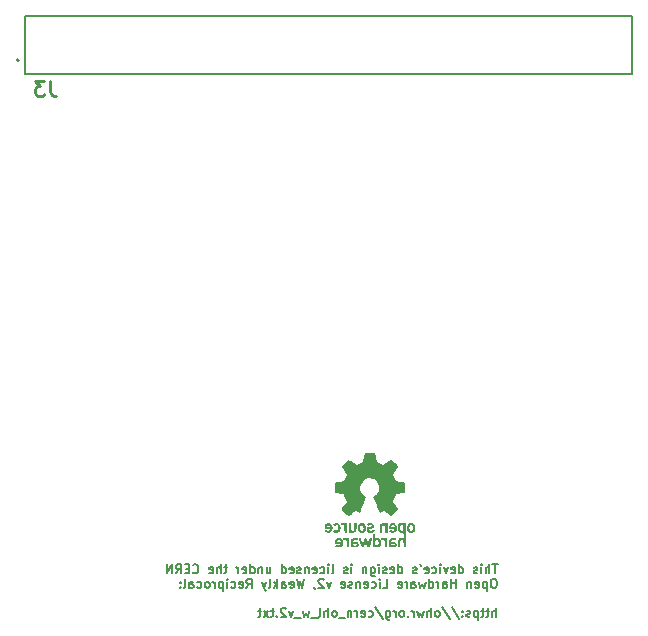
<source format=gbr>
%TF.GenerationSoftware,KiCad,Pcbnew,9.0.2*%
%TF.CreationDate,2025-05-18T12:34:57-05:00*%
%TF.ProjectId,1026 RPi Power Hat,31303236-2052-4506-9920-506f77657220,1.0.0*%
%TF.SameCoordinates,PX5f5e100PY8f0d180*%
%TF.FileFunction,Legend,Bot*%
%TF.FilePolarity,Positive*%
%FSLAX46Y46*%
G04 Gerber Fmt 4.6, Leading zero omitted, Abs format (unit mm)*
G04 Created by KiCad (PCBNEW 9.0.2) date 2025-05-18 12:34:57*
%MOMM*%
%LPD*%
G01*
G04 APERTURE LIST*
%ADD10C,0.177800*%
%ADD11C,0.254000*%
%ADD12C,0.000000*%
%ADD13C,0.200000*%
G04 APERTURE END LIST*
D10*
X46810455Y8544832D02*
X46375027Y8544832D01*
X46592741Y7782832D02*
X46592741Y8544832D01*
X46121027Y7782832D02*
X46121027Y8544832D01*
X45794456Y7782832D02*
X45794456Y8181975D01*
X45794456Y8181975D02*
X45830741Y8254546D01*
X45830741Y8254546D02*
X45903313Y8290832D01*
X45903313Y8290832D02*
X46012170Y8290832D01*
X46012170Y8290832D02*
X46084741Y8254546D01*
X46084741Y8254546D02*
X46121027Y8218260D01*
X45431598Y7782832D02*
X45431598Y8290832D01*
X45431598Y8544832D02*
X45467884Y8508546D01*
X45467884Y8508546D02*
X45431598Y8472260D01*
X45431598Y8472260D02*
X45395312Y8508546D01*
X45395312Y8508546D02*
X45431598Y8544832D01*
X45431598Y8544832D02*
X45431598Y8472260D01*
X45105027Y7819117D02*
X45032455Y7782832D01*
X45032455Y7782832D02*
X44887312Y7782832D01*
X44887312Y7782832D02*
X44814741Y7819117D01*
X44814741Y7819117D02*
X44778455Y7891689D01*
X44778455Y7891689D02*
X44778455Y7927975D01*
X44778455Y7927975D02*
X44814741Y8000546D01*
X44814741Y8000546D02*
X44887312Y8036832D01*
X44887312Y8036832D02*
X44996170Y8036832D01*
X44996170Y8036832D02*
X45068741Y8073117D01*
X45068741Y8073117D02*
X45105027Y8145689D01*
X45105027Y8145689D02*
X45105027Y8181975D01*
X45105027Y8181975D02*
X45068741Y8254546D01*
X45068741Y8254546D02*
X44996170Y8290832D01*
X44996170Y8290832D02*
X44887312Y8290832D01*
X44887312Y8290832D02*
X44814741Y8254546D01*
X43544742Y7782832D02*
X43544742Y8544832D01*
X43544742Y7819117D02*
X43617313Y7782832D01*
X43617313Y7782832D02*
X43762456Y7782832D01*
X43762456Y7782832D02*
X43835027Y7819117D01*
X43835027Y7819117D02*
X43871313Y7855403D01*
X43871313Y7855403D02*
X43907599Y7927975D01*
X43907599Y7927975D02*
X43907599Y8145689D01*
X43907599Y8145689D02*
X43871313Y8218260D01*
X43871313Y8218260D02*
X43835027Y8254546D01*
X43835027Y8254546D02*
X43762456Y8290832D01*
X43762456Y8290832D02*
X43617313Y8290832D01*
X43617313Y8290832D02*
X43544742Y8254546D01*
X42891598Y7819117D02*
X42964170Y7782832D01*
X42964170Y7782832D02*
X43109313Y7782832D01*
X43109313Y7782832D02*
X43181884Y7819117D01*
X43181884Y7819117D02*
X43218170Y7891689D01*
X43218170Y7891689D02*
X43218170Y8181975D01*
X43218170Y8181975D02*
X43181884Y8254546D01*
X43181884Y8254546D02*
X43109313Y8290832D01*
X43109313Y8290832D02*
X42964170Y8290832D01*
X42964170Y8290832D02*
X42891598Y8254546D01*
X42891598Y8254546D02*
X42855313Y8181975D01*
X42855313Y8181975D02*
X42855313Y8109403D01*
X42855313Y8109403D02*
X43218170Y8036832D01*
X42601312Y8290832D02*
X42419884Y7782832D01*
X42419884Y7782832D02*
X42238455Y8290832D01*
X41948170Y7782832D02*
X41948170Y8290832D01*
X41948170Y8544832D02*
X41984456Y8508546D01*
X41984456Y8508546D02*
X41948170Y8472260D01*
X41948170Y8472260D02*
X41911884Y8508546D01*
X41911884Y8508546D02*
X41948170Y8544832D01*
X41948170Y8544832D02*
X41948170Y8472260D01*
X41258742Y7819117D02*
X41331313Y7782832D01*
X41331313Y7782832D02*
X41476456Y7782832D01*
X41476456Y7782832D02*
X41549027Y7819117D01*
X41549027Y7819117D02*
X41585313Y7855403D01*
X41585313Y7855403D02*
X41621599Y7927975D01*
X41621599Y7927975D02*
X41621599Y8145689D01*
X41621599Y8145689D02*
X41585313Y8218260D01*
X41585313Y8218260D02*
X41549027Y8254546D01*
X41549027Y8254546D02*
X41476456Y8290832D01*
X41476456Y8290832D02*
X41331313Y8290832D01*
X41331313Y8290832D02*
X41258742Y8254546D01*
X40641884Y7819117D02*
X40714456Y7782832D01*
X40714456Y7782832D02*
X40859599Y7782832D01*
X40859599Y7782832D02*
X40932170Y7819117D01*
X40932170Y7819117D02*
X40968456Y7891689D01*
X40968456Y7891689D02*
X40968456Y8181975D01*
X40968456Y8181975D02*
X40932170Y8254546D01*
X40932170Y8254546D02*
X40859599Y8290832D01*
X40859599Y8290832D02*
X40714456Y8290832D01*
X40714456Y8290832D02*
X40641884Y8254546D01*
X40641884Y8254546D02*
X40605599Y8181975D01*
X40605599Y8181975D02*
X40605599Y8109403D01*
X40605599Y8109403D02*
X40968456Y8036832D01*
X40242741Y8544832D02*
X40315313Y8399689D01*
X39952456Y7819117D02*
X39879884Y7782832D01*
X39879884Y7782832D02*
X39734741Y7782832D01*
X39734741Y7782832D02*
X39662170Y7819117D01*
X39662170Y7819117D02*
X39625884Y7891689D01*
X39625884Y7891689D02*
X39625884Y7927975D01*
X39625884Y7927975D02*
X39662170Y8000546D01*
X39662170Y8000546D02*
X39734741Y8036832D01*
X39734741Y8036832D02*
X39843599Y8036832D01*
X39843599Y8036832D02*
X39916170Y8073117D01*
X39916170Y8073117D02*
X39952456Y8145689D01*
X39952456Y8145689D02*
X39952456Y8181975D01*
X39952456Y8181975D02*
X39916170Y8254546D01*
X39916170Y8254546D02*
X39843599Y8290832D01*
X39843599Y8290832D02*
X39734741Y8290832D01*
X39734741Y8290832D02*
X39662170Y8254546D01*
X38392171Y7782832D02*
X38392171Y8544832D01*
X38392171Y7819117D02*
X38464742Y7782832D01*
X38464742Y7782832D02*
X38609885Y7782832D01*
X38609885Y7782832D02*
X38682456Y7819117D01*
X38682456Y7819117D02*
X38718742Y7855403D01*
X38718742Y7855403D02*
X38755028Y7927975D01*
X38755028Y7927975D02*
X38755028Y8145689D01*
X38755028Y8145689D02*
X38718742Y8218260D01*
X38718742Y8218260D02*
X38682456Y8254546D01*
X38682456Y8254546D02*
X38609885Y8290832D01*
X38609885Y8290832D02*
X38464742Y8290832D01*
X38464742Y8290832D02*
X38392171Y8254546D01*
X37739027Y7819117D02*
X37811599Y7782832D01*
X37811599Y7782832D02*
X37956742Y7782832D01*
X37956742Y7782832D02*
X38029313Y7819117D01*
X38029313Y7819117D02*
X38065599Y7891689D01*
X38065599Y7891689D02*
X38065599Y8181975D01*
X38065599Y8181975D02*
X38029313Y8254546D01*
X38029313Y8254546D02*
X37956742Y8290832D01*
X37956742Y8290832D02*
X37811599Y8290832D01*
X37811599Y8290832D02*
X37739027Y8254546D01*
X37739027Y8254546D02*
X37702742Y8181975D01*
X37702742Y8181975D02*
X37702742Y8109403D01*
X37702742Y8109403D02*
X38065599Y8036832D01*
X37412456Y7819117D02*
X37339884Y7782832D01*
X37339884Y7782832D02*
X37194741Y7782832D01*
X37194741Y7782832D02*
X37122170Y7819117D01*
X37122170Y7819117D02*
X37085884Y7891689D01*
X37085884Y7891689D02*
X37085884Y7927975D01*
X37085884Y7927975D02*
X37122170Y8000546D01*
X37122170Y8000546D02*
X37194741Y8036832D01*
X37194741Y8036832D02*
X37303599Y8036832D01*
X37303599Y8036832D02*
X37376170Y8073117D01*
X37376170Y8073117D02*
X37412456Y8145689D01*
X37412456Y8145689D02*
X37412456Y8181975D01*
X37412456Y8181975D02*
X37376170Y8254546D01*
X37376170Y8254546D02*
X37303599Y8290832D01*
X37303599Y8290832D02*
X37194741Y8290832D01*
X37194741Y8290832D02*
X37122170Y8254546D01*
X36759313Y7782832D02*
X36759313Y8290832D01*
X36759313Y8544832D02*
X36795599Y8508546D01*
X36795599Y8508546D02*
X36759313Y8472260D01*
X36759313Y8472260D02*
X36723027Y8508546D01*
X36723027Y8508546D02*
X36759313Y8544832D01*
X36759313Y8544832D02*
X36759313Y8472260D01*
X36069885Y8290832D02*
X36069885Y7673975D01*
X36069885Y7673975D02*
X36106170Y7601403D01*
X36106170Y7601403D02*
X36142456Y7565117D01*
X36142456Y7565117D02*
X36215027Y7528832D01*
X36215027Y7528832D02*
X36323885Y7528832D01*
X36323885Y7528832D02*
X36396456Y7565117D01*
X36069885Y7819117D02*
X36142456Y7782832D01*
X36142456Y7782832D02*
X36287599Y7782832D01*
X36287599Y7782832D02*
X36360170Y7819117D01*
X36360170Y7819117D02*
X36396456Y7855403D01*
X36396456Y7855403D02*
X36432742Y7927975D01*
X36432742Y7927975D02*
X36432742Y8145689D01*
X36432742Y8145689D02*
X36396456Y8218260D01*
X36396456Y8218260D02*
X36360170Y8254546D01*
X36360170Y8254546D02*
X36287599Y8290832D01*
X36287599Y8290832D02*
X36142456Y8290832D01*
X36142456Y8290832D02*
X36069885Y8254546D01*
X35707027Y8290832D02*
X35707027Y7782832D01*
X35707027Y8218260D02*
X35670741Y8254546D01*
X35670741Y8254546D02*
X35598170Y8290832D01*
X35598170Y8290832D02*
X35489313Y8290832D01*
X35489313Y8290832D02*
X35416741Y8254546D01*
X35416741Y8254546D02*
X35380456Y8181975D01*
X35380456Y8181975D02*
X35380456Y7782832D01*
X34437027Y7782832D02*
X34437027Y8290832D01*
X34437027Y8544832D02*
X34473313Y8508546D01*
X34473313Y8508546D02*
X34437027Y8472260D01*
X34437027Y8472260D02*
X34400741Y8508546D01*
X34400741Y8508546D02*
X34437027Y8544832D01*
X34437027Y8544832D02*
X34437027Y8472260D01*
X34110456Y7819117D02*
X34037884Y7782832D01*
X34037884Y7782832D02*
X33892741Y7782832D01*
X33892741Y7782832D02*
X33820170Y7819117D01*
X33820170Y7819117D02*
X33783884Y7891689D01*
X33783884Y7891689D02*
X33783884Y7927975D01*
X33783884Y7927975D02*
X33820170Y8000546D01*
X33820170Y8000546D02*
X33892741Y8036832D01*
X33892741Y8036832D02*
X34001599Y8036832D01*
X34001599Y8036832D02*
X34074170Y8073117D01*
X34074170Y8073117D02*
X34110456Y8145689D01*
X34110456Y8145689D02*
X34110456Y8181975D01*
X34110456Y8181975D02*
X34074170Y8254546D01*
X34074170Y8254546D02*
X34001599Y8290832D01*
X34001599Y8290832D02*
X33892741Y8290832D01*
X33892741Y8290832D02*
X33820170Y8254546D01*
X32767885Y7782832D02*
X32840456Y7819117D01*
X32840456Y7819117D02*
X32876742Y7891689D01*
X32876742Y7891689D02*
X32876742Y8544832D01*
X32477599Y7782832D02*
X32477599Y8290832D01*
X32477599Y8544832D02*
X32513885Y8508546D01*
X32513885Y8508546D02*
X32477599Y8472260D01*
X32477599Y8472260D02*
X32441313Y8508546D01*
X32441313Y8508546D02*
X32477599Y8544832D01*
X32477599Y8544832D02*
X32477599Y8472260D01*
X31788171Y7819117D02*
X31860742Y7782832D01*
X31860742Y7782832D02*
X32005885Y7782832D01*
X32005885Y7782832D02*
X32078456Y7819117D01*
X32078456Y7819117D02*
X32114742Y7855403D01*
X32114742Y7855403D02*
X32151028Y7927975D01*
X32151028Y7927975D02*
X32151028Y8145689D01*
X32151028Y8145689D02*
X32114742Y8218260D01*
X32114742Y8218260D02*
X32078456Y8254546D01*
X32078456Y8254546D02*
X32005885Y8290832D01*
X32005885Y8290832D02*
X31860742Y8290832D01*
X31860742Y8290832D02*
X31788171Y8254546D01*
X31171313Y7819117D02*
X31243885Y7782832D01*
X31243885Y7782832D02*
X31389028Y7782832D01*
X31389028Y7782832D02*
X31461599Y7819117D01*
X31461599Y7819117D02*
X31497885Y7891689D01*
X31497885Y7891689D02*
X31497885Y8181975D01*
X31497885Y8181975D02*
X31461599Y8254546D01*
X31461599Y8254546D02*
X31389028Y8290832D01*
X31389028Y8290832D02*
X31243885Y8290832D01*
X31243885Y8290832D02*
X31171313Y8254546D01*
X31171313Y8254546D02*
X31135028Y8181975D01*
X31135028Y8181975D02*
X31135028Y8109403D01*
X31135028Y8109403D02*
X31497885Y8036832D01*
X30808456Y8290832D02*
X30808456Y7782832D01*
X30808456Y8218260D02*
X30772170Y8254546D01*
X30772170Y8254546D02*
X30699599Y8290832D01*
X30699599Y8290832D02*
X30590742Y8290832D01*
X30590742Y8290832D02*
X30518170Y8254546D01*
X30518170Y8254546D02*
X30481885Y8181975D01*
X30481885Y8181975D02*
X30481885Y7782832D01*
X30155313Y7819117D02*
X30082741Y7782832D01*
X30082741Y7782832D02*
X29937598Y7782832D01*
X29937598Y7782832D02*
X29865027Y7819117D01*
X29865027Y7819117D02*
X29828741Y7891689D01*
X29828741Y7891689D02*
X29828741Y7927975D01*
X29828741Y7927975D02*
X29865027Y8000546D01*
X29865027Y8000546D02*
X29937598Y8036832D01*
X29937598Y8036832D02*
X30046456Y8036832D01*
X30046456Y8036832D02*
X30119027Y8073117D01*
X30119027Y8073117D02*
X30155313Y8145689D01*
X30155313Y8145689D02*
X30155313Y8181975D01*
X30155313Y8181975D02*
X30119027Y8254546D01*
X30119027Y8254546D02*
X30046456Y8290832D01*
X30046456Y8290832D02*
X29937598Y8290832D01*
X29937598Y8290832D02*
X29865027Y8254546D01*
X29211884Y7819117D02*
X29284456Y7782832D01*
X29284456Y7782832D02*
X29429599Y7782832D01*
X29429599Y7782832D02*
X29502170Y7819117D01*
X29502170Y7819117D02*
X29538456Y7891689D01*
X29538456Y7891689D02*
X29538456Y8181975D01*
X29538456Y8181975D02*
X29502170Y8254546D01*
X29502170Y8254546D02*
X29429599Y8290832D01*
X29429599Y8290832D02*
X29284456Y8290832D01*
X29284456Y8290832D02*
X29211884Y8254546D01*
X29211884Y8254546D02*
X29175599Y8181975D01*
X29175599Y8181975D02*
X29175599Y8109403D01*
X29175599Y8109403D02*
X29538456Y8036832D01*
X28522456Y7782832D02*
X28522456Y8544832D01*
X28522456Y7819117D02*
X28595027Y7782832D01*
X28595027Y7782832D02*
X28740170Y7782832D01*
X28740170Y7782832D02*
X28812741Y7819117D01*
X28812741Y7819117D02*
X28849027Y7855403D01*
X28849027Y7855403D02*
X28885313Y7927975D01*
X28885313Y7927975D02*
X28885313Y8145689D01*
X28885313Y8145689D02*
X28849027Y8218260D01*
X28849027Y8218260D02*
X28812741Y8254546D01*
X28812741Y8254546D02*
X28740170Y8290832D01*
X28740170Y8290832D02*
X28595027Y8290832D01*
X28595027Y8290832D02*
X28522456Y8254546D01*
X27252456Y8290832D02*
X27252456Y7782832D01*
X27579027Y8290832D02*
X27579027Y7891689D01*
X27579027Y7891689D02*
X27542741Y7819117D01*
X27542741Y7819117D02*
X27470170Y7782832D01*
X27470170Y7782832D02*
X27361313Y7782832D01*
X27361313Y7782832D02*
X27288741Y7819117D01*
X27288741Y7819117D02*
X27252456Y7855403D01*
X26889598Y8290832D02*
X26889598Y7782832D01*
X26889598Y8218260D02*
X26853312Y8254546D01*
X26853312Y8254546D02*
X26780741Y8290832D01*
X26780741Y8290832D02*
X26671884Y8290832D01*
X26671884Y8290832D02*
X26599312Y8254546D01*
X26599312Y8254546D02*
X26563027Y8181975D01*
X26563027Y8181975D02*
X26563027Y7782832D01*
X25873598Y7782832D02*
X25873598Y8544832D01*
X25873598Y7819117D02*
X25946169Y7782832D01*
X25946169Y7782832D02*
X26091312Y7782832D01*
X26091312Y7782832D02*
X26163883Y7819117D01*
X26163883Y7819117D02*
X26200169Y7855403D01*
X26200169Y7855403D02*
X26236455Y7927975D01*
X26236455Y7927975D02*
X26236455Y8145689D01*
X26236455Y8145689D02*
X26200169Y8218260D01*
X26200169Y8218260D02*
X26163883Y8254546D01*
X26163883Y8254546D02*
X26091312Y8290832D01*
X26091312Y8290832D02*
X25946169Y8290832D01*
X25946169Y8290832D02*
X25873598Y8254546D01*
X25220454Y7819117D02*
X25293026Y7782832D01*
X25293026Y7782832D02*
X25438169Y7782832D01*
X25438169Y7782832D02*
X25510740Y7819117D01*
X25510740Y7819117D02*
X25547026Y7891689D01*
X25547026Y7891689D02*
X25547026Y8181975D01*
X25547026Y8181975D02*
X25510740Y8254546D01*
X25510740Y8254546D02*
X25438169Y8290832D01*
X25438169Y8290832D02*
X25293026Y8290832D01*
X25293026Y8290832D02*
X25220454Y8254546D01*
X25220454Y8254546D02*
X25184169Y8181975D01*
X25184169Y8181975D02*
X25184169Y8109403D01*
X25184169Y8109403D02*
X25547026Y8036832D01*
X24857597Y7782832D02*
X24857597Y8290832D01*
X24857597Y8145689D02*
X24821311Y8218260D01*
X24821311Y8218260D02*
X24785026Y8254546D01*
X24785026Y8254546D02*
X24712454Y8290832D01*
X24712454Y8290832D02*
X24639883Y8290832D01*
X23914169Y8290832D02*
X23623883Y8290832D01*
X23805312Y8544832D02*
X23805312Y7891689D01*
X23805312Y7891689D02*
X23769026Y7819117D01*
X23769026Y7819117D02*
X23696455Y7782832D01*
X23696455Y7782832D02*
X23623883Y7782832D01*
X23369883Y7782832D02*
X23369883Y8544832D01*
X23043312Y7782832D02*
X23043312Y8181975D01*
X23043312Y8181975D02*
X23079597Y8254546D01*
X23079597Y8254546D02*
X23152169Y8290832D01*
X23152169Y8290832D02*
X23261026Y8290832D01*
X23261026Y8290832D02*
X23333597Y8254546D01*
X23333597Y8254546D02*
X23369883Y8218260D01*
X22390168Y7819117D02*
X22462740Y7782832D01*
X22462740Y7782832D02*
X22607883Y7782832D01*
X22607883Y7782832D02*
X22680454Y7819117D01*
X22680454Y7819117D02*
X22716740Y7891689D01*
X22716740Y7891689D02*
X22716740Y8181975D01*
X22716740Y8181975D02*
X22680454Y8254546D01*
X22680454Y8254546D02*
X22607883Y8290832D01*
X22607883Y8290832D02*
X22462740Y8290832D01*
X22462740Y8290832D02*
X22390168Y8254546D01*
X22390168Y8254546D02*
X22353883Y8181975D01*
X22353883Y8181975D02*
X22353883Y8109403D01*
X22353883Y8109403D02*
X22716740Y8036832D01*
X21011311Y7855403D02*
X21047597Y7819117D01*
X21047597Y7819117D02*
X21156454Y7782832D01*
X21156454Y7782832D02*
X21229026Y7782832D01*
X21229026Y7782832D02*
X21337883Y7819117D01*
X21337883Y7819117D02*
X21410454Y7891689D01*
X21410454Y7891689D02*
X21446740Y7964260D01*
X21446740Y7964260D02*
X21483026Y8109403D01*
X21483026Y8109403D02*
X21483026Y8218260D01*
X21483026Y8218260D02*
X21446740Y8363403D01*
X21446740Y8363403D02*
X21410454Y8435975D01*
X21410454Y8435975D02*
X21337883Y8508546D01*
X21337883Y8508546D02*
X21229026Y8544832D01*
X21229026Y8544832D02*
X21156454Y8544832D01*
X21156454Y8544832D02*
X21047597Y8508546D01*
X21047597Y8508546D02*
X21011311Y8472260D01*
X20684740Y8181975D02*
X20430740Y8181975D01*
X20321883Y7782832D02*
X20684740Y7782832D01*
X20684740Y7782832D02*
X20684740Y8544832D01*
X20684740Y8544832D02*
X20321883Y8544832D01*
X19559882Y7782832D02*
X19813882Y8145689D01*
X19995311Y7782832D02*
X19995311Y8544832D01*
X19995311Y8544832D02*
X19705025Y8544832D01*
X19705025Y8544832D02*
X19632454Y8508546D01*
X19632454Y8508546D02*
X19596168Y8472260D01*
X19596168Y8472260D02*
X19559882Y8399689D01*
X19559882Y8399689D02*
X19559882Y8290832D01*
X19559882Y8290832D02*
X19596168Y8218260D01*
X19596168Y8218260D02*
X19632454Y8181975D01*
X19632454Y8181975D02*
X19705025Y8145689D01*
X19705025Y8145689D02*
X19995311Y8145689D01*
X19233311Y7782832D02*
X19233311Y8544832D01*
X19233311Y8544832D02*
X18797882Y7782832D01*
X18797882Y7782832D02*
X18797882Y8544832D01*
X46556455Y7318055D02*
X46411312Y7318055D01*
X46411312Y7318055D02*
X46338741Y7281769D01*
X46338741Y7281769D02*
X46266169Y7209198D01*
X46266169Y7209198D02*
X46229884Y7064055D01*
X46229884Y7064055D02*
X46229884Y6810055D01*
X46229884Y6810055D02*
X46266169Y6664912D01*
X46266169Y6664912D02*
X46338741Y6592340D01*
X46338741Y6592340D02*
X46411312Y6556055D01*
X46411312Y6556055D02*
X46556455Y6556055D01*
X46556455Y6556055D02*
X46629027Y6592340D01*
X46629027Y6592340D02*
X46701598Y6664912D01*
X46701598Y6664912D02*
X46737884Y6810055D01*
X46737884Y6810055D02*
X46737884Y7064055D01*
X46737884Y7064055D02*
X46701598Y7209198D01*
X46701598Y7209198D02*
X46629027Y7281769D01*
X46629027Y7281769D02*
X46556455Y7318055D01*
X45903312Y7064055D02*
X45903312Y6302055D01*
X45903312Y7027769D02*
X45830741Y7064055D01*
X45830741Y7064055D02*
X45685598Y7064055D01*
X45685598Y7064055D02*
X45613026Y7027769D01*
X45613026Y7027769D02*
X45576741Y6991483D01*
X45576741Y6991483D02*
X45540455Y6918912D01*
X45540455Y6918912D02*
X45540455Y6701198D01*
X45540455Y6701198D02*
X45576741Y6628626D01*
X45576741Y6628626D02*
X45613026Y6592340D01*
X45613026Y6592340D02*
X45685598Y6556055D01*
X45685598Y6556055D02*
X45830741Y6556055D01*
X45830741Y6556055D02*
X45903312Y6592340D01*
X44923597Y6592340D02*
X44996169Y6556055D01*
X44996169Y6556055D02*
X45141312Y6556055D01*
X45141312Y6556055D02*
X45213883Y6592340D01*
X45213883Y6592340D02*
X45250169Y6664912D01*
X45250169Y6664912D02*
X45250169Y6955198D01*
X45250169Y6955198D02*
X45213883Y7027769D01*
X45213883Y7027769D02*
X45141312Y7064055D01*
X45141312Y7064055D02*
X44996169Y7064055D01*
X44996169Y7064055D02*
X44923597Y7027769D01*
X44923597Y7027769D02*
X44887312Y6955198D01*
X44887312Y6955198D02*
X44887312Y6882626D01*
X44887312Y6882626D02*
X45250169Y6810055D01*
X44560740Y7064055D02*
X44560740Y6556055D01*
X44560740Y6991483D02*
X44524454Y7027769D01*
X44524454Y7027769D02*
X44451883Y7064055D01*
X44451883Y7064055D02*
X44343026Y7064055D01*
X44343026Y7064055D02*
X44270454Y7027769D01*
X44270454Y7027769D02*
X44234169Y6955198D01*
X44234169Y6955198D02*
X44234169Y6556055D01*
X43290740Y6556055D02*
X43290740Y7318055D01*
X43290740Y6955198D02*
X42855311Y6955198D01*
X42855311Y6556055D02*
X42855311Y7318055D01*
X42165883Y6556055D02*
X42165883Y6955198D01*
X42165883Y6955198D02*
X42202168Y7027769D01*
X42202168Y7027769D02*
X42274740Y7064055D01*
X42274740Y7064055D02*
X42419883Y7064055D01*
X42419883Y7064055D02*
X42492454Y7027769D01*
X42165883Y6592340D02*
X42238454Y6556055D01*
X42238454Y6556055D02*
X42419883Y6556055D01*
X42419883Y6556055D02*
X42492454Y6592340D01*
X42492454Y6592340D02*
X42528740Y6664912D01*
X42528740Y6664912D02*
X42528740Y6737483D01*
X42528740Y6737483D02*
X42492454Y6810055D01*
X42492454Y6810055D02*
X42419883Y6846340D01*
X42419883Y6846340D02*
X42238454Y6846340D01*
X42238454Y6846340D02*
X42165883Y6882626D01*
X41803025Y6556055D02*
X41803025Y7064055D01*
X41803025Y6918912D02*
X41766739Y6991483D01*
X41766739Y6991483D02*
X41730454Y7027769D01*
X41730454Y7027769D02*
X41657882Y7064055D01*
X41657882Y7064055D02*
X41585311Y7064055D01*
X41004740Y6556055D02*
X41004740Y7318055D01*
X41004740Y6592340D02*
X41077311Y6556055D01*
X41077311Y6556055D02*
X41222454Y6556055D01*
X41222454Y6556055D02*
X41295025Y6592340D01*
X41295025Y6592340D02*
X41331311Y6628626D01*
X41331311Y6628626D02*
X41367597Y6701198D01*
X41367597Y6701198D02*
X41367597Y6918912D01*
X41367597Y6918912D02*
X41331311Y6991483D01*
X41331311Y6991483D02*
X41295025Y7027769D01*
X41295025Y7027769D02*
X41222454Y7064055D01*
X41222454Y7064055D02*
X41077311Y7064055D01*
X41077311Y7064055D02*
X41004740Y7027769D01*
X40714453Y7064055D02*
X40569311Y6556055D01*
X40569311Y6556055D02*
X40424168Y6918912D01*
X40424168Y6918912D02*
X40279025Y6556055D01*
X40279025Y6556055D02*
X40133882Y7064055D01*
X39517025Y6556055D02*
X39517025Y6955198D01*
X39517025Y6955198D02*
X39553310Y7027769D01*
X39553310Y7027769D02*
X39625882Y7064055D01*
X39625882Y7064055D02*
X39771025Y7064055D01*
X39771025Y7064055D02*
X39843596Y7027769D01*
X39517025Y6592340D02*
X39589596Y6556055D01*
X39589596Y6556055D02*
X39771025Y6556055D01*
X39771025Y6556055D02*
X39843596Y6592340D01*
X39843596Y6592340D02*
X39879882Y6664912D01*
X39879882Y6664912D02*
X39879882Y6737483D01*
X39879882Y6737483D02*
X39843596Y6810055D01*
X39843596Y6810055D02*
X39771025Y6846340D01*
X39771025Y6846340D02*
X39589596Y6846340D01*
X39589596Y6846340D02*
X39517025Y6882626D01*
X39154167Y6556055D02*
X39154167Y7064055D01*
X39154167Y6918912D02*
X39117881Y6991483D01*
X39117881Y6991483D02*
X39081596Y7027769D01*
X39081596Y7027769D02*
X39009024Y7064055D01*
X39009024Y7064055D02*
X38936453Y7064055D01*
X38392167Y6592340D02*
X38464739Y6556055D01*
X38464739Y6556055D02*
X38609882Y6556055D01*
X38609882Y6556055D02*
X38682453Y6592340D01*
X38682453Y6592340D02*
X38718739Y6664912D01*
X38718739Y6664912D02*
X38718739Y6955198D01*
X38718739Y6955198D02*
X38682453Y7027769D01*
X38682453Y7027769D02*
X38609882Y7064055D01*
X38609882Y7064055D02*
X38464739Y7064055D01*
X38464739Y7064055D02*
X38392167Y7027769D01*
X38392167Y7027769D02*
X38355882Y6955198D01*
X38355882Y6955198D02*
X38355882Y6882626D01*
X38355882Y6882626D02*
X38718739Y6810055D01*
X37085882Y6556055D02*
X37448739Y6556055D01*
X37448739Y6556055D02*
X37448739Y7318055D01*
X36831882Y6556055D02*
X36831882Y7064055D01*
X36831882Y7318055D02*
X36868168Y7281769D01*
X36868168Y7281769D02*
X36831882Y7245483D01*
X36831882Y7245483D02*
X36795596Y7281769D01*
X36795596Y7281769D02*
X36831882Y7318055D01*
X36831882Y7318055D02*
X36831882Y7245483D01*
X36142454Y6592340D02*
X36215025Y6556055D01*
X36215025Y6556055D02*
X36360168Y6556055D01*
X36360168Y6556055D02*
X36432739Y6592340D01*
X36432739Y6592340D02*
X36469025Y6628626D01*
X36469025Y6628626D02*
X36505311Y6701198D01*
X36505311Y6701198D02*
X36505311Y6918912D01*
X36505311Y6918912D02*
X36469025Y6991483D01*
X36469025Y6991483D02*
X36432739Y7027769D01*
X36432739Y7027769D02*
X36360168Y7064055D01*
X36360168Y7064055D02*
X36215025Y7064055D01*
X36215025Y7064055D02*
X36142454Y7027769D01*
X35525596Y6592340D02*
X35598168Y6556055D01*
X35598168Y6556055D02*
X35743311Y6556055D01*
X35743311Y6556055D02*
X35815882Y6592340D01*
X35815882Y6592340D02*
X35852168Y6664912D01*
X35852168Y6664912D02*
X35852168Y6955198D01*
X35852168Y6955198D02*
X35815882Y7027769D01*
X35815882Y7027769D02*
X35743311Y7064055D01*
X35743311Y7064055D02*
X35598168Y7064055D01*
X35598168Y7064055D02*
X35525596Y7027769D01*
X35525596Y7027769D02*
X35489311Y6955198D01*
X35489311Y6955198D02*
X35489311Y6882626D01*
X35489311Y6882626D02*
X35852168Y6810055D01*
X35162739Y7064055D02*
X35162739Y6556055D01*
X35162739Y6991483D02*
X35126453Y7027769D01*
X35126453Y7027769D02*
X35053882Y7064055D01*
X35053882Y7064055D02*
X34945025Y7064055D01*
X34945025Y7064055D02*
X34872453Y7027769D01*
X34872453Y7027769D02*
X34836168Y6955198D01*
X34836168Y6955198D02*
X34836168Y6556055D01*
X34509596Y6592340D02*
X34437024Y6556055D01*
X34437024Y6556055D02*
X34291881Y6556055D01*
X34291881Y6556055D02*
X34219310Y6592340D01*
X34219310Y6592340D02*
X34183024Y6664912D01*
X34183024Y6664912D02*
X34183024Y6701198D01*
X34183024Y6701198D02*
X34219310Y6773769D01*
X34219310Y6773769D02*
X34291881Y6810055D01*
X34291881Y6810055D02*
X34400739Y6810055D01*
X34400739Y6810055D02*
X34473310Y6846340D01*
X34473310Y6846340D02*
X34509596Y6918912D01*
X34509596Y6918912D02*
X34509596Y6955198D01*
X34509596Y6955198D02*
X34473310Y7027769D01*
X34473310Y7027769D02*
X34400739Y7064055D01*
X34400739Y7064055D02*
X34291881Y7064055D01*
X34291881Y7064055D02*
X34219310Y7027769D01*
X33566167Y6592340D02*
X33638739Y6556055D01*
X33638739Y6556055D02*
X33783882Y6556055D01*
X33783882Y6556055D02*
X33856453Y6592340D01*
X33856453Y6592340D02*
X33892739Y6664912D01*
X33892739Y6664912D02*
X33892739Y6955198D01*
X33892739Y6955198D02*
X33856453Y7027769D01*
X33856453Y7027769D02*
X33783882Y7064055D01*
X33783882Y7064055D02*
X33638739Y7064055D01*
X33638739Y7064055D02*
X33566167Y7027769D01*
X33566167Y7027769D02*
X33529882Y6955198D01*
X33529882Y6955198D02*
X33529882Y6882626D01*
X33529882Y6882626D02*
X33892739Y6810055D01*
X32695310Y7064055D02*
X32513882Y6556055D01*
X32513882Y6556055D02*
X32332453Y7064055D01*
X32078454Y7245483D02*
X32042168Y7281769D01*
X32042168Y7281769D02*
X31969597Y7318055D01*
X31969597Y7318055D02*
X31788168Y7318055D01*
X31788168Y7318055D02*
X31715597Y7281769D01*
X31715597Y7281769D02*
X31679311Y7245483D01*
X31679311Y7245483D02*
X31643025Y7172912D01*
X31643025Y7172912D02*
X31643025Y7100340D01*
X31643025Y7100340D02*
X31679311Y6991483D01*
X31679311Y6991483D02*
X32114739Y6556055D01*
X32114739Y6556055D02*
X31643025Y6556055D01*
X31280168Y6592340D02*
X31280168Y6556055D01*
X31280168Y6556055D02*
X31316454Y6483483D01*
X31316454Y6483483D02*
X31352740Y6447198D01*
X30445597Y7318055D02*
X30264169Y6556055D01*
X30264169Y6556055D02*
X30119026Y7100340D01*
X30119026Y7100340D02*
X29973883Y6556055D01*
X29973883Y6556055D02*
X29792455Y7318055D01*
X29211883Y6592340D02*
X29284455Y6556055D01*
X29284455Y6556055D02*
X29429598Y6556055D01*
X29429598Y6556055D02*
X29502169Y6592340D01*
X29502169Y6592340D02*
X29538455Y6664912D01*
X29538455Y6664912D02*
X29538455Y6955198D01*
X29538455Y6955198D02*
X29502169Y7027769D01*
X29502169Y7027769D02*
X29429598Y7064055D01*
X29429598Y7064055D02*
X29284455Y7064055D01*
X29284455Y7064055D02*
X29211883Y7027769D01*
X29211883Y7027769D02*
X29175598Y6955198D01*
X29175598Y6955198D02*
X29175598Y6882626D01*
X29175598Y6882626D02*
X29538455Y6810055D01*
X28522455Y6556055D02*
X28522455Y6955198D01*
X28522455Y6955198D02*
X28558740Y7027769D01*
X28558740Y7027769D02*
X28631312Y7064055D01*
X28631312Y7064055D02*
X28776455Y7064055D01*
X28776455Y7064055D02*
X28849026Y7027769D01*
X28522455Y6592340D02*
X28595026Y6556055D01*
X28595026Y6556055D02*
X28776455Y6556055D01*
X28776455Y6556055D02*
X28849026Y6592340D01*
X28849026Y6592340D02*
X28885312Y6664912D01*
X28885312Y6664912D02*
X28885312Y6737483D01*
X28885312Y6737483D02*
X28849026Y6810055D01*
X28849026Y6810055D02*
X28776455Y6846340D01*
X28776455Y6846340D02*
X28595026Y6846340D01*
X28595026Y6846340D02*
X28522455Y6882626D01*
X28159597Y6556055D02*
X28159597Y7318055D01*
X28087026Y6846340D02*
X27869311Y6556055D01*
X27869311Y7064055D02*
X28159597Y6773769D01*
X27433883Y6556055D02*
X27506454Y6592340D01*
X27506454Y6592340D02*
X27542740Y6664912D01*
X27542740Y6664912D02*
X27542740Y7318055D01*
X27216168Y7064055D02*
X27034740Y6556055D01*
X26853311Y7064055D02*
X27034740Y6556055D01*
X27034740Y6556055D02*
X27107311Y6374626D01*
X27107311Y6374626D02*
X27143597Y6338340D01*
X27143597Y6338340D02*
X27216168Y6302055D01*
X25547026Y6556055D02*
X25801026Y6918912D01*
X25982455Y6556055D02*
X25982455Y7318055D01*
X25982455Y7318055D02*
X25692169Y7318055D01*
X25692169Y7318055D02*
X25619598Y7281769D01*
X25619598Y7281769D02*
X25583312Y7245483D01*
X25583312Y7245483D02*
X25547026Y7172912D01*
X25547026Y7172912D02*
X25547026Y7064055D01*
X25547026Y7064055D02*
X25583312Y6991483D01*
X25583312Y6991483D02*
X25619598Y6955198D01*
X25619598Y6955198D02*
X25692169Y6918912D01*
X25692169Y6918912D02*
X25982455Y6918912D01*
X24930169Y6592340D02*
X25002741Y6556055D01*
X25002741Y6556055D02*
X25147884Y6556055D01*
X25147884Y6556055D02*
X25220455Y6592340D01*
X25220455Y6592340D02*
X25256741Y6664912D01*
X25256741Y6664912D02*
X25256741Y6955198D01*
X25256741Y6955198D02*
X25220455Y7027769D01*
X25220455Y7027769D02*
X25147884Y7064055D01*
X25147884Y7064055D02*
X25002741Y7064055D01*
X25002741Y7064055D02*
X24930169Y7027769D01*
X24930169Y7027769D02*
X24893884Y6955198D01*
X24893884Y6955198D02*
X24893884Y6882626D01*
X24893884Y6882626D02*
X25256741Y6810055D01*
X24240741Y6592340D02*
X24313312Y6556055D01*
X24313312Y6556055D02*
X24458455Y6556055D01*
X24458455Y6556055D02*
X24531026Y6592340D01*
X24531026Y6592340D02*
X24567312Y6628626D01*
X24567312Y6628626D02*
X24603598Y6701198D01*
X24603598Y6701198D02*
X24603598Y6918912D01*
X24603598Y6918912D02*
X24567312Y6991483D01*
X24567312Y6991483D02*
X24531026Y7027769D01*
X24531026Y7027769D02*
X24458455Y7064055D01*
X24458455Y7064055D02*
X24313312Y7064055D01*
X24313312Y7064055D02*
X24240741Y7027769D01*
X23914169Y6556055D02*
X23914169Y7064055D01*
X23914169Y7318055D02*
X23950455Y7281769D01*
X23950455Y7281769D02*
X23914169Y7245483D01*
X23914169Y7245483D02*
X23877883Y7281769D01*
X23877883Y7281769D02*
X23914169Y7318055D01*
X23914169Y7318055D02*
X23914169Y7245483D01*
X23551312Y7064055D02*
X23551312Y6302055D01*
X23551312Y7027769D02*
X23478741Y7064055D01*
X23478741Y7064055D02*
X23333598Y7064055D01*
X23333598Y7064055D02*
X23261026Y7027769D01*
X23261026Y7027769D02*
X23224741Y6991483D01*
X23224741Y6991483D02*
X23188455Y6918912D01*
X23188455Y6918912D02*
X23188455Y6701198D01*
X23188455Y6701198D02*
X23224741Y6628626D01*
X23224741Y6628626D02*
X23261026Y6592340D01*
X23261026Y6592340D02*
X23333598Y6556055D01*
X23333598Y6556055D02*
X23478741Y6556055D01*
X23478741Y6556055D02*
X23551312Y6592340D01*
X22861883Y6556055D02*
X22861883Y7064055D01*
X22861883Y6918912D02*
X22825597Y6991483D01*
X22825597Y6991483D02*
X22789312Y7027769D01*
X22789312Y7027769D02*
X22716740Y7064055D01*
X22716740Y7064055D02*
X22644169Y7064055D01*
X22281312Y6556055D02*
X22353883Y6592340D01*
X22353883Y6592340D02*
X22390169Y6628626D01*
X22390169Y6628626D02*
X22426455Y6701198D01*
X22426455Y6701198D02*
X22426455Y6918912D01*
X22426455Y6918912D02*
X22390169Y6991483D01*
X22390169Y6991483D02*
X22353883Y7027769D01*
X22353883Y7027769D02*
X22281312Y7064055D01*
X22281312Y7064055D02*
X22172455Y7064055D01*
X22172455Y7064055D02*
X22099883Y7027769D01*
X22099883Y7027769D02*
X22063598Y6991483D01*
X22063598Y6991483D02*
X22027312Y6918912D01*
X22027312Y6918912D02*
X22027312Y6701198D01*
X22027312Y6701198D02*
X22063598Y6628626D01*
X22063598Y6628626D02*
X22099883Y6592340D01*
X22099883Y6592340D02*
X22172455Y6556055D01*
X22172455Y6556055D02*
X22281312Y6556055D01*
X21374169Y6592340D02*
X21446740Y6556055D01*
X21446740Y6556055D02*
X21591883Y6556055D01*
X21591883Y6556055D02*
X21664454Y6592340D01*
X21664454Y6592340D02*
X21700740Y6628626D01*
X21700740Y6628626D02*
X21737026Y6701198D01*
X21737026Y6701198D02*
X21737026Y6918912D01*
X21737026Y6918912D02*
X21700740Y6991483D01*
X21700740Y6991483D02*
X21664454Y7027769D01*
X21664454Y7027769D02*
X21591883Y7064055D01*
X21591883Y7064055D02*
X21446740Y7064055D01*
X21446740Y7064055D02*
X21374169Y7027769D01*
X20721026Y6556055D02*
X20721026Y6955198D01*
X20721026Y6955198D02*
X20757311Y7027769D01*
X20757311Y7027769D02*
X20829883Y7064055D01*
X20829883Y7064055D02*
X20975026Y7064055D01*
X20975026Y7064055D02*
X21047597Y7027769D01*
X20721026Y6592340D02*
X20793597Y6556055D01*
X20793597Y6556055D02*
X20975026Y6556055D01*
X20975026Y6556055D02*
X21047597Y6592340D01*
X21047597Y6592340D02*
X21083883Y6664912D01*
X21083883Y6664912D02*
X21083883Y6737483D01*
X21083883Y6737483D02*
X21047597Y6810055D01*
X21047597Y6810055D02*
X20975026Y6846340D01*
X20975026Y6846340D02*
X20793597Y6846340D01*
X20793597Y6846340D02*
X20721026Y6882626D01*
X20249311Y6556055D02*
X20321882Y6592340D01*
X20321882Y6592340D02*
X20358168Y6664912D01*
X20358168Y6664912D02*
X20358168Y7318055D01*
X19959025Y6628626D02*
X19922739Y6592340D01*
X19922739Y6592340D02*
X19959025Y6556055D01*
X19959025Y6556055D02*
X19995311Y6592340D01*
X19995311Y6592340D02*
X19959025Y6628626D01*
X19959025Y6628626D02*
X19959025Y6556055D01*
X19959025Y7027769D02*
X19922739Y6991483D01*
X19922739Y6991483D02*
X19959025Y6955198D01*
X19959025Y6955198D02*
X19995311Y6991483D01*
X19995311Y6991483D02*
X19959025Y7027769D01*
X19959025Y7027769D02*
X19959025Y6955198D01*
X46701598Y4102501D02*
X46701598Y4864501D01*
X46375027Y4102501D02*
X46375027Y4501644D01*
X46375027Y4501644D02*
X46411312Y4574215D01*
X46411312Y4574215D02*
X46483884Y4610501D01*
X46483884Y4610501D02*
X46592741Y4610501D01*
X46592741Y4610501D02*
X46665312Y4574215D01*
X46665312Y4574215D02*
X46701598Y4537929D01*
X46121026Y4610501D02*
X45830740Y4610501D01*
X46012169Y4864501D02*
X46012169Y4211358D01*
X46012169Y4211358D02*
X45975883Y4138786D01*
X45975883Y4138786D02*
X45903312Y4102501D01*
X45903312Y4102501D02*
X45830740Y4102501D01*
X45685597Y4610501D02*
X45395311Y4610501D01*
X45576740Y4864501D02*
X45576740Y4211358D01*
X45576740Y4211358D02*
X45540454Y4138786D01*
X45540454Y4138786D02*
X45467883Y4102501D01*
X45467883Y4102501D02*
X45395311Y4102501D01*
X45141311Y4610501D02*
X45141311Y3848501D01*
X45141311Y4574215D02*
X45068740Y4610501D01*
X45068740Y4610501D02*
X44923597Y4610501D01*
X44923597Y4610501D02*
X44851025Y4574215D01*
X44851025Y4574215D02*
X44814740Y4537929D01*
X44814740Y4537929D02*
X44778454Y4465358D01*
X44778454Y4465358D02*
X44778454Y4247644D01*
X44778454Y4247644D02*
X44814740Y4175072D01*
X44814740Y4175072D02*
X44851025Y4138786D01*
X44851025Y4138786D02*
X44923597Y4102501D01*
X44923597Y4102501D02*
X45068740Y4102501D01*
X45068740Y4102501D02*
X45141311Y4138786D01*
X44488168Y4138786D02*
X44415596Y4102501D01*
X44415596Y4102501D02*
X44270453Y4102501D01*
X44270453Y4102501D02*
X44197882Y4138786D01*
X44197882Y4138786D02*
X44161596Y4211358D01*
X44161596Y4211358D02*
X44161596Y4247644D01*
X44161596Y4247644D02*
X44197882Y4320215D01*
X44197882Y4320215D02*
X44270453Y4356501D01*
X44270453Y4356501D02*
X44379311Y4356501D01*
X44379311Y4356501D02*
X44451882Y4392786D01*
X44451882Y4392786D02*
X44488168Y4465358D01*
X44488168Y4465358D02*
X44488168Y4501644D01*
X44488168Y4501644D02*
X44451882Y4574215D01*
X44451882Y4574215D02*
X44379311Y4610501D01*
X44379311Y4610501D02*
X44270453Y4610501D01*
X44270453Y4610501D02*
X44197882Y4574215D01*
X43835025Y4175072D02*
X43798739Y4138786D01*
X43798739Y4138786D02*
X43835025Y4102501D01*
X43835025Y4102501D02*
X43871311Y4138786D01*
X43871311Y4138786D02*
X43835025Y4175072D01*
X43835025Y4175072D02*
X43835025Y4102501D01*
X43835025Y4574215D02*
X43798739Y4537929D01*
X43798739Y4537929D02*
X43835025Y4501644D01*
X43835025Y4501644D02*
X43871311Y4537929D01*
X43871311Y4537929D02*
X43835025Y4574215D01*
X43835025Y4574215D02*
X43835025Y4501644D01*
X42927882Y4900786D02*
X43581025Y3921072D01*
X42129596Y4900786D02*
X42782739Y3921072D01*
X41766739Y4102501D02*
X41839310Y4138786D01*
X41839310Y4138786D02*
X41875596Y4175072D01*
X41875596Y4175072D02*
X41911882Y4247644D01*
X41911882Y4247644D02*
X41911882Y4465358D01*
X41911882Y4465358D02*
X41875596Y4537929D01*
X41875596Y4537929D02*
X41839310Y4574215D01*
X41839310Y4574215D02*
X41766739Y4610501D01*
X41766739Y4610501D02*
X41657882Y4610501D01*
X41657882Y4610501D02*
X41585310Y4574215D01*
X41585310Y4574215D02*
X41549025Y4537929D01*
X41549025Y4537929D02*
X41512739Y4465358D01*
X41512739Y4465358D02*
X41512739Y4247644D01*
X41512739Y4247644D02*
X41549025Y4175072D01*
X41549025Y4175072D02*
X41585310Y4138786D01*
X41585310Y4138786D02*
X41657882Y4102501D01*
X41657882Y4102501D02*
X41766739Y4102501D01*
X41186167Y4102501D02*
X41186167Y4864501D01*
X40859596Y4102501D02*
X40859596Y4501644D01*
X40859596Y4501644D02*
X40895881Y4574215D01*
X40895881Y4574215D02*
X40968453Y4610501D01*
X40968453Y4610501D02*
X41077310Y4610501D01*
X41077310Y4610501D02*
X41149881Y4574215D01*
X41149881Y4574215D02*
X41186167Y4537929D01*
X40569309Y4610501D02*
X40424167Y4102501D01*
X40424167Y4102501D02*
X40279024Y4465358D01*
X40279024Y4465358D02*
X40133881Y4102501D01*
X40133881Y4102501D02*
X39988738Y4610501D01*
X39698452Y4102501D02*
X39698452Y4610501D01*
X39698452Y4465358D02*
X39662166Y4537929D01*
X39662166Y4537929D02*
X39625881Y4574215D01*
X39625881Y4574215D02*
X39553309Y4610501D01*
X39553309Y4610501D02*
X39480738Y4610501D01*
X39226738Y4175072D02*
X39190452Y4138786D01*
X39190452Y4138786D02*
X39226738Y4102501D01*
X39226738Y4102501D02*
X39263024Y4138786D01*
X39263024Y4138786D02*
X39226738Y4175072D01*
X39226738Y4175072D02*
X39226738Y4102501D01*
X38755024Y4102501D02*
X38827595Y4138786D01*
X38827595Y4138786D02*
X38863881Y4175072D01*
X38863881Y4175072D02*
X38900167Y4247644D01*
X38900167Y4247644D02*
X38900167Y4465358D01*
X38900167Y4465358D02*
X38863881Y4537929D01*
X38863881Y4537929D02*
X38827595Y4574215D01*
X38827595Y4574215D02*
X38755024Y4610501D01*
X38755024Y4610501D02*
X38646167Y4610501D01*
X38646167Y4610501D02*
X38573595Y4574215D01*
X38573595Y4574215D02*
X38537310Y4537929D01*
X38537310Y4537929D02*
X38501024Y4465358D01*
X38501024Y4465358D02*
X38501024Y4247644D01*
X38501024Y4247644D02*
X38537310Y4175072D01*
X38537310Y4175072D02*
X38573595Y4138786D01*
X38573595Y4138786D02*
X38646167Y4102501D01*
X38646167Y4102501D02*
X38755024Y4102501D01*
X38174452Y4102501D02*
X38174452Y4610501D01*
X38174452Y4465358D02*
X38138166Y4537929D01*
X38138166Y4537929D02*
X38101881Y4574215D01*
X38101881Y4574215D02*
X38029309Y4610501D01*
X38029309Y4610501D02*
X37956738Y4610501D01*
X37376167Y4610501D02*
X37376167Y3993644D01*
X37376167Y3993644D02*
X37412452Y3921072D01*
X37412452Y3921072D02*
X37448738Y3884786D01*
X37448738Y3884786D02*
X37521309Y3848501D01*
X37521309Y3848501D02*
X37630167Y3848501D01*
X37630167Y3848501D02*
X37702738Y3884786D01*
X37376167Y4138786D02*
X37448738Y4102501D01*
X37448738Y4102501D02*
X37593881Y4102501D01*
X37593881Y4102501D02*
X37666452Y4138786D01*
X37666452Y4138786D02*
X37702738Y4175072D01*
X37702738Y4175072D02*
X37739024Y4247644D01*
X37739024Y4247644D02*
X37739024Y4465358D01*
X37739024Y4465358D02*
X37702738Y4537929D01*
X37702738Y4537929D02*
X37666452Y4574215D01*
X37666452Y4574215D02*
X37593881Y4610501D01*
X37593881Y4610501D02*
X37448738Y4610501D01*
X37448738Y4610501D02*
X37376167Y4574215D01*
X36469023Y4900786D02*
X37122166Y3921072D01*
X35888452Y4138786D02*
X35961023Y4102501D01*
X35961023Y4102501D02*
X36106166Y4102501D01*
X36106166Y4102501D02*
X36178737Y4138786D01*
X36178737Y4138786D02*
X36215023Y4175072D01*
X36215023Y4175072D02*
X36251309Y4247644D01*
X36251309Y4247644D02*
X36251309Y4465358D01*
X36251309Y4465358D02*
X36215023Y4537929D01*
X36215023Y4537929D02*
X36178737Y4574215D01*
X36178737Y4574215D02*
X36106166Y4610501D01*
X36106166Y4610501D02*
X35961023Y4610501D01*
X35961023Y4610501D02*
X35888452Y4574215D01*
X35271594Y4138786D02*
X35344166Y4102501D01*
X35344166Y4102501D02*
X35489309Y4102501D01*
X35489309Y4102501D02*
X35561880Y4138786D01*
X35561880Y4138786D02*
X35598166Y4211358D01*
X35598166Y4211358D02*
X35598166Y4501644D01*
X35598166Y4501644D02*
X35561880Y4574215D01*
X35561880Y4574215D02*
X35489309Y4610501D01*
X35489309Y4610501D02*
X35344166Y4610501D01*
X35344166Y4610501D02*
X35271594Y4574215D01*
X35271594Y4574215D02*
X35235309Y4501644D01*
X35235309Y4501644D02*
X35235309Y4429072D01*
X35235309Y4429072D02*
X35598166Y4356501D01*
X34908737Y4102501D02*
X34908737Y4610501D01*
X34908737Y4465358D02*
X34872451Y4537929D01*
X34872451Y4537929D02*
X34836166Y4574215D01*
X34836166Y4574215D02*
X34763594Y4610501D01*
X34763594Y4610501D02*
X34691023Y4610501D01*
X34437023Y4610501D02*
X34437023Y4102501D01*
X34437023Y4537929D02*
X34400737Y4574215D01*
X34400737Y4574215D02*
X34328166Y4610501D01*
X34328166Y4610501D02*
X34219309Y4610501D01*
X34219309Y4610501D02*
X34146737Y4574215D01*
X34146737Y4574215D02*
X34110452Y4501644D01*
X34110452Y4501644D02*
X34110452Y4102501D01*
X33929023Y4029929D02*
X33348451Y4029929D01*
X33058166Y4102501D02*
X33130737Y4138786D01*
X33130737Y4138786D02*
X33167023Y4175072D01*
X33167023Y4175072D02*
X33203309Y4247644D01*
X33203309Y4247644D02*
X33203309Y4465358D01*
X33203309Y4465358D02*
X33167023Y4537929D01*
X33167023Y4537929D02*
X33130737Y4574215D01*
X33130737Y4574215D02*
X33058166Y4610501D01*
X33058166Y4610501D02*
X32949309Y4610501D01*
X32949309Y4610501D02*
X32876737Y4574215D01*
X32876737Y4574215D02*
X32840452Y4537929D01*
X32840452Y4537929D02*
X32804166Y4465358D01*
X32804166Y4465358D02*
X32804166Y4247644D01*
X32804166Y4247644D02*
X32840452Y4175072D01*
X32840452Y4175072D02*
X32876737Y4138786D01*
X32876737Y4138786D02*
X32949309Y4102501D01*
X32949309Y4102501D02*
X33058166Y4102501D01*
X32477594Y4102501D02*
X32477594Y4864501D01*
X32151023Y4102501D02*
X32151023Y4501644D01*
X32151023Y4501644D02*
X32187308Y4574215D01*
X32187308Y4574215D02*
X32259880Y4610501D01*
X32259880Y4610501D02*
X32368737Y4610501D01*
X32368737Y4610501D02*
X32441308Y4574215D01*
X32441308Y4574215D02*
X32477594Y4537929D01*
X31679308Y4102501D02*
X31751879Y4138786D01*
X31751879Y4138786D02*
X31788165Y4211358D01*
X31788165Y4211358D02*
X31788165Y4864501D01*
X31570451Y4029929D02*
X30989879Y4029929D01*
X30881022Y4610501D02*
X30735880Y4102501D01*
X30735880Y4102501D02*
X30590737Y4465358D01*
X30590737Y4465358D02*
X30445594Y4102501D01*
X30445594Y4102501D02*
X30300451Y4610501D01*
X30191594Y4029929D02*
X29611022Y4029929D01*
X29502165Y4610501D02*
X29320737Y4102501D01*
X29320737Y4102501D02*
X29139308Y4610501D01*
X28885309Y4791929D02*
X28849023Y4828215D01*
X28849023Y4828215D02*
X28776452Y4864501D01*
X28776452Y4864501D02*
X28595023Y4864501D01*
X28595023Y4864501D02*
X28522452Y4828215D01*
X28522452Y4828215D02*
X28486166Y4791929D01*
X28486166Y4791929D02*
X28449880Y4719358D01*
X28449880Y4719358D02*
X28449880Y4646786D01*
X28449880Y4646786D02*
X28486166Y4537929D01*
X28486166Y4537929D02*
X28921594Y4102501D01*
X28921594Y4102501D02*
X28449880Y4102501D01*
X28123309Y4175072D02*
X28087023Y4138786D01*
X28087023Y4138786D02*
X28123309Y4102501D01*
X28123309Y4102501D02*
X28159595Y4138786D01*
X28159595Y4138786D02*
X28123309Y4175072D01*
X28123309Y4175072D02*
X28123309Y4102501D01*
X27869309Y4610501D02*
X27579023Y4610501D01*
X27760452Y4864501D02*
X27760452Y4211358D01*
X27760452Y4211358D02*
X27724166Y4138786D01*
X27724166Y4138786D02*
X27651595Y4102501D01*
X27651595Y4102501D02*
X27579023Y4102501D01*
X27397594Y4102501D02*
X26998452Y4610501D01*
X27397594Y4610501D02*
X26998452Y4102501D01*
X26817023Y4610501D02*
X26526737Y4610501D01*
X26708166Y4864501D02*
X26708166Y4211358D01*
X26708166Y4211358D02*
X26671880Y4138786D01*
X26671880Y4138786D02*
X26599309Y4102501D01*
X26599309Y4102501D02*
X26526737Y4102501D01*
D11*
X8923332Y49495682D02*
X8923332Y48588539D01*
X8923332Y48588539D02*
X8983809Y48407111D01*
X8983809Y48407111D02*
X9104761Y48286158D01*
X9104761Y48286158D02*
X9286190Y48225682D01*
X9286190Y48225682D02*
X9407142Y48225682D01*
X8439523Y49495682D02*
X7653332Y49495682D01*
X7653332Y49495682D02*
X8076666Y49011873D01*
X8076666Y49011873D02*
X7895237Y49011873D01*
X7895237Y49011873D02*
X7774285Y48951397D01*
X7774285Y48951397D02*
X7713809Y48890920D01*
X7713809Y48890920D02*
X7653332Y48769968D01*
X7653332Y48769968D02*
X7653332Y48467587D01*
X7653332Y48467587D02*
X7713809Y48346635D01*
X7713809Y48346635D02*
X7774285Y48286158D01*
X7774285Y48286158D02*
X7895237Y48225682D01*
X7895237Y48225682D02*
X8258094Y48225682D01*
X8258094Y48225682D02*
X8379047Y48286158D01*
X8379047Y48286158D02*
X8439523Y48346635D01*
D12*
%TO.C,G2*%
G36*
X33719860Y12051691D02*
G01*
X33750176Y12046909D01*
X33835976Y12040032D01*
X33930040Y12038536D01*
X34063791Y12041237D01*
X34063791Y11223069D01*
X33861597Y11223069D01*
X33854419Y11521715D01*
X33851960Y11615669D01*
X33847772Y11713318D01*
X33840998Y11776186D01*
X33829638Y11813788D01*
X33811694Y11835641D01*
X33785164Y11851259D01*
X33738020Y11867511D01*
X33674486Y11856148D01*
X33659339Y11849242D01*
X33616266Y11849751D01*
X33564597Y11887715D01*
X33562300Y11889897D01*
X33520559Y11939623D01*
X33503310Y11979695D01*
X33520218Y12010625D01*
X33572967Y12039413D01*
X33645157Y12054978D01*
X33719860Y12051691D01*
G37*
G36*
X37477633Y9974724D02*
G01*
X37303806Y9974724D01*
X37295183Y10257065D01*
X37290646Y10376632D01*
X37284100Y10464259D01*
X37273982Y10520234D01*
X37258436Y10554525D01*
X37235607Y10577102D01*
X37194677Y10596987D01*
X37110138Y10600224D01*
X37041022Y10600662D01*
X36976386Y10641298D01*
X36956371Y10661344D01*
X36920062Y10717952D01*
X36931649Y10758110D01*
X36991315Y10782042D01*
X37099245Y10789970D01*
X37114208Y10789701D01*
X37192521Y10780921D01*
X37250020Y10763597D01*
X37283703Y10750237D01*
X37299298Y10763597D01*
X37300069Y10767061D01*
X37329532Y10783347D01*
X37388466Y10789970D01*
X37477633Y10789970D01*
X37477633Y9974724D01*
G37*
G36*
X34242126Y9974724D02*
G01*
X34063791Y9974724D01*
X34063791Y10251016D01*
X34063002Y10363512D01*
X34059239Y10452326D01*
X34050873Y10509814D01*
X34036286Y10546397D01*
X34013858Y10572498D01*
X33957095Y10603667D01*
X33878694Y10601699D01*
X33827833Y10595930D01*
X33782362Y10611170D01*
X33737483Y10661429D01*
X33725295Y10677998D01*
X33698048Y10720704D01*
X33700259Y10743713D01*
X33730851Y10763559D01*
X33751692Y10772258D01*
X33824787Y10786287D01*
X33909781Y10788631D01*
X33986113Y10779574D01*
X34033220Y10759398D01*
X34056272Y10741674D01*
X34063791Y10759398D01*
X34064006Y10761748D01*
X34090864Y10782120D01*
X34152959Y10789970D01*
X34242126Y10789970D01*
X34242126Y9974724D01*
G37*
G36*
X37246126Y12030503D02*
G01*
X37257086Y12025264D01*
X37305225Y12009065D01*
X37324774Y12014791D01*
X37325542Y12017873D01*
X37354998Y12032405D01*
X37413942Y12038315D01*
X37503109Y12038315D01*
X37503109Y11223069D01*
X37324774Y11223069D01*
X37324774Y11484903D01*
X37324664Y11515130D01*
X37319321Y11656672D01*
X37304033Y11755404D01*
X37276142Y11817851D01*
X37232989Y11850535D01*
X37171916Y11859980D01*
X37159597Y11859708D01*
X37101913Y11846598D01*
X37061676Y11809086D01*
X37036227Y11740648D01*
X37022907Y11634762D01*
X37019057Y11484903D01*
X37019057Y11223069D01*
X36836774Y11223069D01*
X36845117Y11566495D01*
X36845354Y11576183D01*
X36849205Y11712427D01*
X36854087Y11807925D01*
X36861730Y11872299D01*
X36873864Y11915173D01*
X36892218Y11946168D01*
X36918521Y11974908D01*
X36930133Y11985812D01*
X37027626Y12041599D01*
X37138926Y12057509D01*
X37246126Y12030503D01*
G37*
G36*
X34394985Y11770813D02*
G01*
X34395623Y11672003D01*
X34399269Y11580541D01*
X34407707Y11520713D01*
X34422682Y11481618D01*
X34445938Y11452357D01*
X34494140Y11414003D01*
X34550344Y11406094D01*
X34618604Y11441064D01*
X34626617Y11446876D01*
X34648970Y11468935D01*
X34663187Y11500991D01*
X34671089Y11553283D01*
X34674495Y11636047D01*
X34675226Y11759519D01*
X34675226Y12038315D01*
X34884277Y12038315D01*
X34875288Y11725075D01*
X34873085Y11661704D01*
X34862879Y11513665D01*
X34844825Y11406016D01*
X34816398Y11331096D01*
X34775073Y11281242D01*
X34718324Y11248790D01*
X34706306Y11244358D01*
X34615700Y11227161D01*
X34519532Y11228877D01*
X34444263Y11249442D01*
X34410580Y11262802D01*
X34394985Y11249442D01*
X34394214Y11245978D01*
X34364751Y11229692D01*
X34305818Y11223069D01*
X34216650Y11223069D01*
X34216650Y12038315D01*
X34394985Y12038315D01*
X34394985Y11770813D01*
G37*
G36*
X33284225Y12037309D02*
G01*
X33386591Y11984443D01*
X33463498Y11902952D01*
X33513011Y11789041D01*
X33528786Y11642177D01*
X33528560Y11623349D01*
X33507048Y11472134D01*
X33451923Y11353177D01*
X33365229Y11271110D01*
X33320663Y11249123D01*
X33201070Y11223874D01*
X33076356Y11234461D01*
X32967667Y11280391D01*
X32923092Y11312901D01*
X32880267Y11359754D01*
X32881740Y11399331D01*
X32925556Y11438991D01*
X32931790Y11443037D01*
X32975207Y11464753D01*
X33016622Y11462620D01*
X33079322Y11436218D01*
X33106778Y11424721D01*
X33199673Y11411997D01*
X33274975Y11443679D01*
X33325487Y11517394D01*
X33343604Y11582641D01*
X33345125Y11683981D01*
X33316555Y11769610D01*
X33264695Y11832508D01*
X33196348Y11865658D01*
X33118315Y11862042D01*
X33037398Y11814643D01*
X33033717Y11811378D01*
X33001483Y11790462D01*
X32970955Y11799078D01*
X32924300Y11841452D01*
X32908749Y11857108D01*
X32875763Y11896487D01*
X32875239Y11924817D01*
X32903938Y11961139D01*
X32944964Y11996893D01*
X33047310Y12042757D01*
X33165764Y12056488D01*
X33284225Y12037309D01*
G37*
G36*
X38292319Y11636243D02*
G01*
X38292325Y11630954D01*
X38274450Y11475951D01*
X38221892Y11356782D01*
X38135184Y11274675D01*
X38099115Y11256163D01*
X37979562Y11226745D01*
X37850543Y11231256D01*
X37733358Y11269949D01*
X37684640Y11298236D01*
X37644611Y11336097D01*
X37647981Y11374668D01*
X37691866Y11424704D01*
X37736116Y11461760D01*
X37769521Y11467239D01*
X37812668Y11442343D01*
X37880455Y11411842D01*
X37962267Y11402610D01*
X38027931Y11420902D01*
X38052250Y11445423D01*
X38086150Y11496941D01*
X38116336Y11554263D01*
X37605015Y11554263D01*
X37605015Y11656987D01*
X37616677Y11758074D01*
X37808827Y11758074D01*
X37825472Y11746465D01*
X37881155Y11736432D01*
X37963189Y11732598D01*
X37993024Y11732719D01*
X38067692Y11736900D01*
X38097682Y11751935D01*
X38087845Y11784400D01*
X38043029Y11840873D01*
X38011281Y11867204D01*
X37957737Y11885456D01*
X37931199Y11879699D01*
X37876360Y11847386D01*
X37828996Y11801222D01*
X37808827Y11758074D01*
X37616677Y11758074D01*
X37618533Y11774162D01*
X37668250Y11895374D01*
X37747937Y11986747D01*
X37850629Y12043014D01*
X37969360Y12058907D01*
X38097164Y12029158D01*
X38152438Y11996701D01*
X38227319Y11908964D01*
X38275137Y11786412D01*
X38279082Y11751935D01*
X38292319Y11636243D01*
G37*
G36*
X35658260Y11557953D02*
G01*
X35645387Y11471830D01*
X35619115Y11385109D01*
X35575943Y11323281D01*
X35507953Y11271241D01*
X35414159Y11233204D01*
X35292344Y11225766D01*
X35173346Y11255818D01*
X35074728Y11321328D01*
X35049013Y11347988D01*
X35018200Y11389094D01*
X35000316Y11436997D01*
X34990827Y11506416D01*
X34985204Y11612066D01*
X34984278Y11636604D01*
X35159278Y11636604D01*
X35159897Y11609873D01*
X35176425Y11527835D01*
X35221811Y11463937D01*
X35223659Y11462097D01*
X35286270Y11413056D01*
X35342172Y11406740D01*
X35408374Y11441064D01*
X35415839Y11446528D01*
X35446560Y11481208D01*
X35461239Y11533966D01*
X35464995Y11621073D01*
X35464986Y11626583D01*
X35458145Y11740082D01*
X35435561Y11811753D01*
X35392798Y11849189D01*
X35325423Y11859980D01*
X35296107Y11858069D01*
X35220089Y11825129D01*
X35174480Y11751309D01*
X35159278Y11636604D01*
X34984278Y11636604D01*
X34984006Y11643797D01*
X34982891Y11742030D01*
X34989558Y11808952D01*
X35006694Y11860081D01*
X35036987Y11910933D01*
X35109529Y11986768D01*
X35215651Y12040947D01*
X35333360Y12058523D01*
X35449100Y12037751D01*
X35549315Y11976885D01*
X35577918Y11945080D01*
X35632112Y11839523D01*
X35660025Y11706125D01*
X35659012Y11621073D01*
X35658260Y11557953D01*
G37*
G36*
X39813811Y11504191D02*
G01*
X39788856Y11394177D01*
X39743504Y11316523D01*
X39674655Y11262950D01*
X39651682Y11252869D01*
X39571116Y11232618D01*
X39480905Y11224089D01*
X39441784Y11224459D01*
X39376138Y11233901D01*
X39322245Y11263169D01*
X39257986Y11321978D01*
X39215975Y11365065D01*
X39183300Y11407803D01*
X39166442Y11454264D01*
X39160220Y11520190D01*
X39159611Y11600525D01*
X39343620Y11600525D01*
X39344082Y11595866D01*
X39365291Y11492329D01*
X39402644Y11435342D01*
X39460528Y11405594D01*
X39531859Y11405992D01*
X39589873Y11448723D01*
X39628864Y11528894D01*
X39643129Y11641611D01*
X39639739Y11711293D01*
X39616327Y11797527D01*
X39567374Y11845274D01*
X39489038Y11859980D01*
X39440131Y11852611D01*
X39378568Y11807063D01*
X39345914Y11722170D01*
X39343620Y11600525D01*
X39159611Y11600525D01*
X39159453Y11621326D01*
X39160148Y11674383D01*
X39170005Y11795407D01*
X39195377Y11883065D01*
X39241174Y11949781D01*
X39312307Y12007975D01*
X39367684Y12040409D01*
X39436221Y12058723D01*
X39526905Y12056603D01*
X39604882Y12044392D01*
X39671648Y12013687D01*
X39737086Y11952801D01*
X39767246Y11918851D01*
X39797523Y11875429D01*
X39813738Y11827301D01*
X39820261Y11759055D01*
X39821464Y11655278D01*
X39821464Y11654841D01*
X39820792Y11641611D01*
X39813811Y11504191D01*
G37*
G36*
X32840923Y11622540D02*
G01*
X32840402Y11594291D01*
X32816118Y11445981D01*
X32756268Y11331959D01*
X32661823Y11254222D01*
X32626357Y11240115D01*
X32528051Y11225917D01*
X32417643Y11232607D01*
X32315473Y11257980D01*
X32241880Y11299824D01*
X32177144Y11360640D01*
X32238976Y11422472D01*
X32240373Y11423868D01*
X32284485Y11462867D01*
X32316987Y11467954D01*
X32359984Y11442854D01*
X32445387Y11406939D01*
X32535983Y11409751D01*
X32611635Y11452357D01*
X32620515Y11461392D01*
X32652831Y11501798D01*
X32653895Y11528673D01*
X32618807Y11544633D01*
X32542663Y11552291D01*
X32420562Y11554263D01*
X32178536Y11554263D01*
X32178536Y11703686D01*
X32180535Y11758074D01*
X32356871Y11758074D01*
X32373107Y11746569D01*
X32428308Y11736465D01*
X32509729Y11732598D01*
X32578762Y11735304D01*
X32639382Y11744504D01*
X32662588Y11758074D01*
X32655922Y11781031D01*
X32617679Y11828143D01*
X32562407Y11868403D01*
X32509729Y11885456D01*
X32482181Y11879902D01*
X32425646Y11848032D01*
X32377335Y11801972D01*
X32356871Y11758074D01*
X32180535Y11758074D01*
X32181327Y11779612D01*
X32197427Y11859924D01*
X32231738Y11920744D01*
X32305646Y11993107D01*
X32417761Y12048078D01*
X32540323Y12056146D01*
X32607276Y12042640D01*
X32712724Y11992180D01*
X32785380Y11907412D01*
X32827396Y11785233D01*
X32829654Y11758074D01*
X32840923Y11622540D01*
G37*
G36*
X38281180Y10141984D02*
G01*
X38219138Y10049922D01*
X38205821Y10036754D01*
X38171990Y10007843D01*
X38135311Y9990123D01*
X38083761Y9980983D01*
X38005314Y9977812D01*
X37887944Y9977997D01*
X37630492Y9979813D01*
X37630492Y10261334D01*
X37809217Y10261334D01*
X37811479Y10237762D01*
X37828324Y10188105D01*
X37840973Y10174103D01*
X37895282Y10149362D01*
X37966360Y10141981D01*
X38037640Y10150643D01*
X38092557Y10174032D01*
X38114544Y10210834D01*
X38098130Y10259319D01*
X38037204Y10294284D01*
X37931113Y10305918D01*
X37929085Y10305917D01*
X37854424Y10302325D01*
X37818396Y10288901D01*
X37809217Y10261334D01*
X37630492Y10261334D01*
X37630492Y10641031D01*
X37705772Y10716311D01*
X37750637Y10756113D01*
X37795710Y10778290D01*
X37857885Y10787892D01*
X37954057Y10789970D01*
X37998692Y10789032D01*
X38114719Y10775112D01*
X38194527Y10746857D01*
X38234447Y10707255D01*
X38230808Y10659296D01*
X38179941Y10605968D01*
X38144716Y10583305D01*
X38102621Y10576393D01*
X38045932Y10598816D01*
X37983710Y10620092D01*
X37903539Y10619341D01*
X37842451Y10587020D01*
X37813503Y10527154D01*
X37811499Y10508541D01*
X37813902Y10479854D01*
X37834656Y10465071D01*
X37884631Y10459582D01*
X37974691Y10458776D01*
X38062860Y10456940D01*
X38126459Y10447470D01*
X38172502Y10425033D01*
X38218409Y10384307D01*
X38257840Y10336200D01*
X38294076Y10239915D01*
X38290246Y10210834D01*
X38281180Y10141984D01*
G37*
G36*
X36929869Y10350563D02*
G01*
X36928598Y10244834D01*
X36923309Y10174643D01*
X36911174Y10127544D01*
X36889368Y10091087D01*
X36855063Y10052826D01*
X36814351Y10014777D01*
X36752402Y9982804D01*
X36668684Y9974724D01*
X36643465Y9975346D01*
X36563911Y9984496D01*
X36507854Y10001097D01*
X36474171Y10014457D01*
X36458576Y10001097D01*
X36457804Y9997633D01*
X36428342Y9981347D01*
X36369408Y9974724D01*
X36280241Y9974724D01*
X36280241Y10382347D01*
X36458576Y10382347D01*
X36459694Y10353417D01*
X36473576Y10270211D01*
X36498235Y10209681D01*
X36537912Y10173174D01*
X36598321Y10153059D01*
X36642467Y10158186D01*
X36697987Y10193531D01*
X36729107Y10266626D01*
X36738817Y10382347D01*
X36735675Y10454392D01*
X36714017Y10545002D01*
X36669229Y10595790D01*
X36598321Y10611635D01*
X36572402Y10608547D01*
X36512098Y10569651D01*
X36472690Y10491844D01*
X36458576Y10382347D01*
X36280241Y10382347D01*
X36280241Y11121164D01*
X36458576Y11121164D01*
X36458576Y10929194D01*
X36458739Y10873371D01*
X36461022Y10799266D01*
X36468166Y10762326D01*
X36482875Y10753466D01*
X36507854Y10763597D01*
X36521111Y10769285D01*
X36587403Y10784051D01*
X36668684Y10789970D01*
X36725886Y10786989D01*
X36792560Y10765062D01*
X36855063Y10711868D01*
X36864516Y10701930D01*
X36895588Y10665228D01*
X36914835Y10627366D01*
X36925083Y10575897D01*
X36929159Y10498374D01*
X36929890Y10382347D01*
X36929869Y10350563D01*
G37*
G36*
X35060237Y10190583D02*
G01*
X35035315Y10094918D01*
X34979104Y10019820D01*
X34970636Y10013367D01*
X34932265Y9994777D01*
X34874815Y9983445D01*
X34787691Y9977942D01*
X34660297Y9976839D01*
X34394985Y9977930D01*
X34394985Y10241596D01*
X34598796Y10241596D01*
X34611371Y10190517D01*
X34664146Y10152429D01*
X34712851Y10135584D01*
X34754700Y10131736D01*
X34802608Y10145753D01*
X34850492Y10167825D01*
X34886677Y10207510D01*
X34877606Y10257640D01*
X34856747Y10282879D01*
X34809057Y10300906D01*
X34725282Y10305918D01*
X34674787Y10305328D01*
X34623848Y10298888D01*
X34602879Y10279862D01*
X34598796Y10241596D01*
X34394985Y10241596D01*
X34394985Y10270124D01*
X34396846Y10400445D01*
X34407822Y10545042D01*
X34432355Y10649585D01*
X34474637Y10720211D01*
X34538858Y10763058D01*
X34629208Y10784265D01*
X34749878Y10789970D01*
X34829209Y10786815D01*
X34907048Y10770024D01*
X34968312Y10734381D01*
X35038983Y10678792D01*
X34969179Y10618749D01*
X34910955Y10580597D01*
X34870099Y10581491D01*
X34825971Y10607378D01*
X34748091Y10624706D01*
X34674709Y10614378D01*
X34620164Y10579480D01*
X34598796Y10523098D01*
X34598839Y10515554D01*
X34603382Y10483649D01*
X34623736Y10466690D01*
X34671613Y10459970D01*
X34758725Y10458776D01*
X34789985Y10458325D01*
X34902987Y10446419D01*
X34974842Y10419420D01*
X35016925Y10376824D01*
X35054048Y10290118D01*
X35059184Y10207510D01*
X35060237Y10190583D01*
G37*
G36*
X33707121Y10382347D02*
G01*
X33706960Y10363882D01*
X33690514Y10222183D01*
X33644234Y10113540D01*
X33564074Y10027927D01*
X33546277Y10015779D01*
X33453724Y9982563D01*
X33340197Y9973019D01*
X33225024Y9987260D01*
X33127533Y10025398D01*
X33093022Y10047880D01*
X33052207Y10088817D01*
X33057732Y10125922D01*
X33108401Y10168124D01*
X33110959Y10169795D01*
X33156920Y10194195D01*
X33198082Y10193751D01*
X33259124Y10168530D01*
X33263110Y10166658D01*
X33342574Y10141788D01*
X33410457Y10151658D01*
X33460449Y10182651D01*
X33508710Y10237282D01*
X33528786Y10291505D01*
X33517752Y10295693D01*
X33465805Y10300967D01*
X33380967Y10304578D01*
X33274022Y10305918D01*
X33019258Y10305918D01*
X33019866Y10375978D01*
X33031872Y10495142D01*
X33223069Y10495142D01*
X33223090Y10494048D01*
X33237848Y10473079D01*
X33285907Y10462009D01*
X33375928Y10458776D01*
X33445478Y10460959D01*
X33505640Y10468137D01*
X33528786Y10478584D01*
X33527628Y10488222D01*
X33500973Y10538964D01*
X33453037Y10589372D01*
X33402487Y10618734D01*
X33358042Y10616292D01*
X33296192Y10587281D01*
X33244634Y10542374D01*
X33223069Y10495142D01*
X33031872Y10495142D01*
X33032015Y10496562D01*
X33075264Y10625111D01*
X33145689Y10719910D01*
X33145954Y10720147D01*
X33205141Y10763916D01*
X33268922Y10784701D01*
X33360156Y10789970D01*
X33442722Y10783369D01*
X33558337Y10741290D01*
X33640968Y10660396D01*
X33690577Y10540733D01*
X33697069Y10478584D01*
X33707121Y10382347D01*
G37*
G36*
X36069327Y12063197D02*
G01*
X36197138Y12042416D01*
X36295899Y11987159D01*
X36359579Y11902476D01*
X36382147Y11793415D01*
X36382080Y11786397D01*
X36363620Y11693968D01*
X36309482Y11627082D01*
X36215387Y11582421D01*
X36077059Y11556664D01*
X36037809Y11552038D01*
X35972515Y11539065D01*
X35940242Y11518791D01*
X35928286Y11485103D01*
X35927729Y11480764D01*
X35937271Y11436111D01*
X35986545Y11412046D01*
X36079635Y11405264D01*
X36181087Y11426033D01*
X36260429Y11470221D01*
X36268481Y11477391D01*
X36299681Y11496750D01*
X36329888Y11486671D01*
X36376744Y11443029D01*
X36396648Y11422736D01*
X36427448Y11385331D01*
X36425940Y11361171D01*
X36394885Y11333612D01*
X36339095Y11297124D01*
X36267503Y11259593D01*
X36195157Y11236491D01*
X36073214Y11224417D01*
X35951672Y11237201D01*
X35852991Y11274059D01*
X35778101Y11335365D01*
X35730489Y11426101D01*
X35729795Y11536077D01*
X35747656Y11597753D01*
X35795607Y11664039D01*
X35876652Y11706341D01*
X35998987Y11730580D01*
X35999051Y11730587D01*
X36110056Y11748762D01*
X36172967Y11772449D01*
X36190512Y11803506D01*
X36165415Y11843784D01*
X36125092Y11871690D01*
X36041181Y11881691D01*
X35938597Y11846478D01*
X35888383Y11823996D01*
X35850165Y11827311D01*
X35804845Y11863814D01*
X35802957Y11865600D01*
X35762126Y11910727D01*
X35745236Y11942096D01*
X35745305Y11943323D01*
X35769987Y11970795D01*
X35828798Y12002304D01*
X35906722Y12032067D01*
X35988741Y12054304D01*
X36059841Y12063232D01*
X36069327Y12063197D01*
G37*
G36*
X35210572Y10789818D02*
G01*
X35233212Y10781393D01*
X35252339Y10758327D01*
X35271471Y10713754D01*
X35294129Y10640810D01*
X35323834Y10532630D01*
X35364104Y10382347D01*
X35394957Y10267703D01*
X35475212Y10522468D01*
X35490765Y10571625D01*
X35523082Y10669024D01*
X35548119Y10730086D01*
X35571291Y10763778D01*
X35598013Y10779068D01*
X35633700Y10784923D01*
X35651822Y10786546D01*
X35682500Y10784861D01*
X35705612Y10768931D01*
X35726706Y10730116D01*
X35751333Y10659774D01*
X35785041Y10549266D01*
X35806616Y10479507D01*
X35836486Y10390002D01*
X35859800Y10328672D01*
X35872807Y10305918D01*
X35879260Y10315367D01*
X35897153Y10364206D01*
X35921529Y10445267D01*
X35949047Y10547944D01*
X36010630Y10789970D01*
X36107221Y10789970D01*
X36125356Y10789560D01*
X36181284Y10781678D01*
X36203812Y10766929D01*
X36203302Y10763176D01*
X36192291Y10721374D01*
X36169417Y10644285D01*
X36138007Y10542335D01*
X36101389Y10425950D01*
X36062889Y10305556D01*
X36025836Y10191578D01*
X35993556Y10094441D01*
X35969376Y10024572D01*
X35956625Y9992396D01*
X35956208Y9991770D01*
X35923411Y9980053D01*
X35864120Y9979658D01*
X35853171Y9980797D01*
X35818987Y9988121D01*
X35793617Y10007098D01*
X35771386Y10047071D01*
X35746619Y10117384D01*
X35713640Y10227378D01*
X35694097Y10293396D01*
X35666394Y10384511D01*
X35646008Y10448422D01*
X35636344Y10474254D01*
X35630457Y10463608D01*
X35612848Y10413649D01*
X35587044Y10331821D01*
X35556250Y10227970D01*
X35483115Y9974724D01*
X35314217Y9974724D01*
X35185795Y10371356D01*
X35155702Y10464603D01*
X35116611Y10586771D01*
X35085447Y10685431D01*
X35064827Y10752272D01*
X35057372Y10778979D01*
X35059252Y10781123D01*
X35092813Y10787432D01*
X35155101Y10789970D01*
X35180897Y10790467D01*
X35210572Y10789818D01*
G37*
G36*
X39031695Y9974724D02*
G01*
X38853360Y9974724D01*
X38853360Y10246590D01*
X38853262Y10276286D01*
X38848437Y10415058D01*
X38834447Y10511212D01*
X38808654Y10571514D01*
X38768421Y10602733D01*
X38711111Y10611635D01*
X38688842Y10610784D01*
X38639771Y10597419D01*
X38606442Y10562192D01*
X38586076Y10497885D01*
X38575895Y10397276D01*
X38573119Y10253145D01*
X38573119Y9974724D01*
X38364191Y9974724D01*
X38373119Y10308024D01*
X38382046Y10641324D01*
X38465247Y10715647D01*
X38488341Y10734033D01*
X38590175Y10780998D01*
X38701952Y10791777D01*
X38804082Y10763597D01*
X38814458Y10758367D01*
X38832793Y10754852D01*
X38844227Y10770028D01*
X38850383Y10811959D01*
X38852887Y10888711D01*
X38853360Y11008349D01*
X38853345Y11033783D01*
X38852388Y11145262D01*
X38848898Y11215436D01*
X38841431Y11252460D01*
X38828539Y11264489D01*
X38808776Y11259676D01*
X38797886Y11255564D01*
X38735324Y11240469D01*
X38656479Y11228953D01*
X38587782Y11226458D01*
X38531648Y11244073D01*
X38474149Y11292643D01*
X38436280Y11336985D01*
X38401448Y11409511D01*
X38381505Y11511558D01*
X38374467Y11622793D01*
X38376577Y11674485D01*
X38572500Y11674485D01*
X38575329Y11579671D01*
X38591281Y11496355D01*
X38619709Y11443567D01*
X38667205Y11411859D01*
X38735221Y11408313D01*
X38805263Y11455213D01*
X38819884Y11470999D01*
X38843436Y11511949D01*
X38851676Y11569061D01*
X38848193Y11659403D01*
X38840854Y11726138D01*
X38826080Y11798682D01*
X38809034Y11838067D01*
X38793892Y11849529D01*
X38729868Y11865514D01*
X38658901Y11854928D01*
X38606952Y11820081D01*
X38583438Y11761767D01*
X38572500Y11674485D01*
X38376577Y11674485D01*
X38379624Y11749136D01*
X38396574Y11861813D01*
X38423531Y11942515D01*
X38437858Y11963896D01*
X38507458Y12018597D01*
X38600545Y12050785D01*
X38697498Y12052576D01*
X38720165Y12049184D01*
X38813779Y12040965D01*
X38910682Y12038729D01*
X39031695Y12040887D01*
X39031695Y11569061D01*
X39031695Y9974724D01*
G37*
G36*
X36498139Y17599444D02*
G01*
X36573220Y17199088D01*
X36827984Y17090965D01*
X36912712Y17055693D01*
X37008241Y17017765D01*
X37079300Y16991720D01*
X37114766Y16981792D01*
X37121711Y16983507D01*
X37166020Y17006319D01*
X37240433Y17051558D01*
X37336546Y17113983D01*
X37445959Y17188354D01*
X37483501Y17214250D01*
X37591672Y17287118D01*
X37685122Y17347573D01*
X37754904Y17389927D01*
X37792074Y17408491D01*
X37805249Y17408498D01*
X37846229Y17388899D01*
X37909270Y17340367D01*
X37998213Y17259774D01*
X38116899Y17143992D01*
X38170060Y17090584D01*
X38259020Y16999158D01*
X38330286Y16923224D01*
X38377620Y16869500D01*
X38394784Y16844705D01*
X38391551Y16836165D01*
X38365673Y16791217D01*
X38318117Y16716152D01*
X38253949Y16618863D01*
X38178235Y16507246D01*
X38141326Y16453124D01*
X38070359Y16346575D01*
X38013374Y16257633D01*
X37975455Y16194339D01*
X37961685Y16164736D01*
X37964309Y16150501D01*
X37983321Y16093736D01*
X38016195Y16009652D01*
X38057537Y15910698D01*
X38101954Y15809324D01*
X38144054Y15717979D01*
X38178444Y15649113D01*
X38199732Y15615175D01*
X38218358Y15605501D01*
X38280875Y15586232D01*
X38373507Y15564458D01*
X38483952Y15543289D01*
X38545282Y15532607D01*
X38669650Y15510253D01*
X38780606Y15489478D01*
X38859729Y15473696D01*
X38980742Y15447934D01*
X38980742Y14615657D01*
X38859729Y14589894D01*
X38829697Y14583685D01*
X38733668Y14564879D01*
X38614761Y14542534D01*
X38491973Y14520248D01*
X38425427Y14508005D01*
X38327716Y14488375D01*
X38256088Y14471855D01*
X38222627Y14461100D01*
X38222182Y14460763D01*
X38203804Y14430430D01*
X38171713Y14362728D01*
X38130305Y14267389D01*
X38083976Y14154145D01*
X37967929Y13862453D01*
X38181357Y13551801D01*
X38215948Y13501169D01*
X38286538Y13395907D01*
X38343274Y13308623D01*
X38381057Y13247254D01*
X38394784Y13219737D01*
X38390193Y13211225D01*
X38356978Y13170983D01*
X38296927Y13105193D01*
X38216298Y13020622D01*
X38121347Y12924037D01*
X38071982Y12875090D01*
X37978875Y12786000D01*
X37899815Y12714525D01*
X37841932Y12666998D01*
X37812358Y12649749D01*
X37805149Y12651491D01*
X37759591Y12674125D01*
X37683801Y12718842D01*
X37586367Y12780439D01*
X37475877Y12853709D01*
X37174949Y13057668D01*
X37022744Y12974722D01*
X37020924Y12973731D01*
X36943366Y12934202D01*
X36884964Y12909349D01*
X36858235Y12904514D01*
X36857563Y12905486D01*
X36842404Y12937699D01*
X36810789Y13010037D01*
X36765312Y13116394D01*
X36708569Y13250667D01*
X36643155Y13406750D01*
X36571665Y13578540D01*
X36297400Y14239828D01*
X36370271Y14291880D01*
X36487315Y14383865D01*
X36632535Y14532104D01*
X36731926Y14684259D01*
X36760535Y14746691D01*
X36786757Y14826760D01*
X36799296Y14914646D01*
X36802508Y15031795D01*
X36800439Y15132818D01*
X36790223Y15220588D01*
X36767241Y15297453D01*
X36726912Y15384804D01*
X36646731Y15513647D01*
X36516222Y15650058D01*
X36363784Y15748787D01*
X36196446Y15809835D01*
X36021236Y15833200D01*
X35845182Y15818885D01*
X35675312Y15766887D01*
X35518654Y15677208D01*
X35382237Y15549847D01*
X35273089Y15384804D01*
X35237133Y15308263D01*
X35212056Y15231229D01*
X35200370Y15146204D01*
X35197493Y15031795D01*
X35198939Y14946240D01*
X35208176Y14851712D01*
X35229769Y14771534D01*
X35268074Y14684259D01*
X35327478Y14584806D01*
X35457353Y14434580D01*
X35629729Y14291880D01*
X35702601Y14239828D01*
X35428335Y13578540D01*
X35417805Y13553163D01*
X35347027Y13383251D01*
X35282698Y13229922D01*
X35227411Y13099278D01*
X35183763Y12997426D01*
X35154349Y12930470D01*
X35141765Y12904514D01*
X35141607Y12904367D01*
X35114050Y12909698D01*
X35055094Y12934931D01*
X34977256Y12974722D01*
X34825051Y13057668D01*
X34524123Y12853709D01*
X34484463Y12827030D01*
X34377687Y12757272D01*
X34287060Y12701005D01*
X34221142Y12663430D01*
X34188493Y12649749D01*
X34182915Y12651568D01*
X34145038Y12678796D01*
X34082347Y12732771D01*
X34002656Y12805865D01*
X33913782Y12890454D01*
X33823540Y12978911D01*
X33739747Y13063609D01*
X33670218Y13136921D01*
X33622769Y13191223D01*
X33605216Y13218886D01*
X33608027Y13226579D01*
X33633095Y13270432D01*
X33679956Y13344561D01*
X33743507Y13441004D01*
X33818644Y13551801D01*
X34032071Y13862453D01*
X33916024Y14154145D01*
X33913844Y14159618D01*
X33867645Y14272251D01*
X33826570Y14366530D01*
X33795014Y14432724D01*
X33777374Y14461100D01*
X33762408Y14466757D01*
X33704457Y14481310D01*
X33615635Y14500025D01*
X33508027Y14520248D01*
X33454908Y14529785D01*
X33331484Y14552540D01*
X33220274Y14573775D01*
X33140271Y14589894D01*
X33019258Y14615657D01*
X33019258Y15447934D01*
X33140271Y15473696D01*
X33174618Y15480734D01*
X33271928Y15499433D01*
X33391878Y15521422D01*
X33516048Y15543289D01*
X33588945Y15556764D01*
X33689263Y15578679D01*
X33763804Y15599187D01*
X33800268Y15615175D01*
X33808922Y15626975D01*
X33837426Y15679908D01*
X33876339Y15761553D01*
X33920270Y15859462D01*
X33963826Y15961184D01*
X34001614Y16054270D01*
X34028241Y16126271D01*
X34038315Y16164736D01*
X34035146Y16174004D01*
X34009340Y16220516D01*
X33961786Y16296922D01*
X33897566Y16395179D01*
X33821765Y16507246D01*
X33784485Y16561841D01*
X33713654Y16667600D01*
X33656788Y16755259D01*
X33618953Y16816926D01*
X33605216Y16844705D01*
X33610353Y16854085D01*
X33644572Y16895325D01*
X33705595Y16961868D01*
X33787184Y17046997D01*
X33883102Y17143992D01*
X33945132Y17205237D01*
X34048785Y17303411D01*
X34124574Y17367926D01*
X34176340Y17401910D01*
X34207926Y17408491D01*
X34216074Y17405328D01*
X34265037Y17378254D01*
X34343649Y17329274D01*
X34442966Y17264078D01*
X34554041Y17188354D01*
X34594251Y17160659D01*
X34699864Y17089966D01*
X34789166Y17033098D01*
X34853757Y16995293D01*
X34885235Y16981792D01*
X34909617Y16988057D01*
X34973910Y17010970D01*
X35065083Y17046684D01*
X35172016Y17090965D01*
X35426780Y17199088D01*
X35501861Y17599444D01*
X35576941Y17999799D01*
X36423059Y17999799D01*
X36498139Y17599444D01*
G37*
D13*
%TO.C,J3*%
X6845000Y54975000D02*
X6845000Y50025000D01*
X6845000Y54975000D02*
X58155000Y54975000D01*
X6845000Y50025000D02*
X58155000Y50025000D01*
X58155000Y50025000D02*
X58155000Y54975000D01*
X6295000Y51230000D02*
G75*
G02*
X6095000Y51230000I-100000J0D01*
G01*
X6095000Y51230000D02*
G75*
G02*
X6295000Y51230000I100000J0D01*
G01*
%TD*%
M02*

</source>
